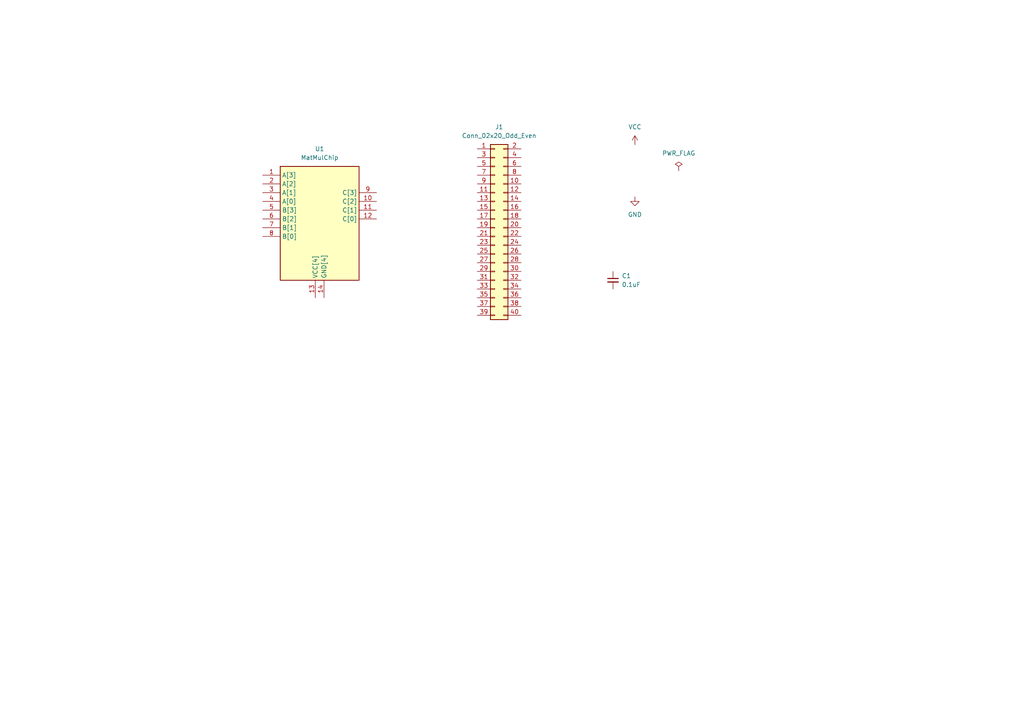
<source format=kicad_sch>
(kicad_sch (version 20250114) (generator "eeschema") (generator_version "9.0")
  (paper "A4")
  (lib_symbols
    (symbol "AutoChip:MatMulChip"
      (property "Reference" "U" (at 5.08 6.35 0))
      (property "Value" "MatMulChip" (at 5.08 3.81 0))
      (symbol "MatMulChip_1_1"
        (rectangle (start 5.08 2.54) (end 27.94 -30.48) (stroke (width 0.254)) (fill (type background)))
        (pin input line (at 0 0 0) (length 5.08) (name "A[3]") (number "1"))
        (pin input line (at 0 -2.54 0) (length 5.08) (name "A[2]") (number "2"))
        (pin input line (at 0 -5.08 0) (length 5.08) (name "A[1]") (number "3"))
        (pin input line (at 0 -7.62 0) (length 5.08) (name "A[0]") (number "4"))
        (pin input line (at 0 -10.16 0) (length 5.08) (name "B[3]") (number "5"))
        (pin input line (at 0 -12.7 0) (length 5.08) (name "B[2]") (number "6"))
        (pin input line (at 0 -15.24 0) (length 5.08) (name "B[1]") (number "7"))
        (pin input line (at 0 -17.78 0) (length 5.08) (name "B[0]") (number "8"))
        (pin power_in line (at 15.24 -35.56 90) (length 5.08) (name "VCC[4]") (number "13"))
        (pin passive line (at 15.24 -35.56 90) (length 5.08) (hide yes) (name "VCC[4]") (number "15"))
        (pin passive line (at 15.24 -35.56 90) (length 5.08) (hide yes) (name "VCC[4]") (number "17"))
        (pin passive line (at 15.24 -35.56 90) (length 5.08) (hide yes) (name "VCC[4]") (number "19"))
        (pin power_in line (at 17.78 -35.56 90) (length 5.08) (name "GND[4]") (number "14"))
        (pin passive line (at 17.78 -35.56 90) (length 5.08) (hide yes) (name "GND[4]") (number "16"))
        (pin passive line (at 17.78 -35.56 90) (length 5.08) (hide yes) (name "GND[4]") (number "18"))
        (pin passive line (at 17.78 -35.56 90) (length 5.08) (hide yes) (name "GND[4]") (number "20"))
        (pin output line (at 33.02 -5.08 180) (length 5.08) (name "C[3]") (number "9"))
        (pin output line (at 33.02 -7.62 180) (length 5.08) (name "C[2]") (number "10"))
        (pin output line (at 33.02 -10.16 180) (length 5.08) (name "C[1]") (number "11"))
        (pin output line (at 33.02 -12.7 180) (length 5.08) (name "C[0]") (number "12"))
      )
    )
    (symbol "Connector_Generic:Conn_02x20_Odd_Even" (pin_names (offset 1.016) (hide yes))
      (property "Reference" "J" (at 1.27 25.4 0))
      (property "Value" "Conn_02x20_Odd_Even" (at 1.27 -27.94 0))
      (symbol "Conn_02x20_Odd_Even_1_1"
        (rectangle (start -1.27 24.13) (end 3.81 -26.67) (stroke (width 0.254)) (fill (type background)))
        (rectangle (start -1.27 22.987) (end 0 22.733) (stroke (width 0.1524)))
        (rectangle (start -1.27 20.447) (end 0 20.193) (stroke (width 0.1524)))
        (rectangle (start -1.27 17.907) (end 0 17.653) (stroke (width 0.1524)))
        (rectangle (start -1.27 15.367) (end 0 15.113) (stroke (width 0.1524)))
        (rectangle (start -1.27 12.827) (end 0 12.573) (stroke (width 0.1524)))
        (rectangle (start -1.27 10.287) (end 0 10.033) (stroke (width 0.1524)))
        (rectangle (start -1.27 7.747) (end 0 7.493) (stroke (width 0.1524)))
        (rectangle (start -1.27 5.207) (end 0 4.953) (stroke (width 0.1524)))
        (rectangle (start -1.27 2.667) (end 0 2.413) (stroke (width 0.1524)))
        (rectangle (start -1.27 0.127) (end 0 -0.127) (stroke (width 0.1524)))
        (rectangle (start -1.27 -2.413) (end 0 -2.667) (stroke (width 0.1524)))
        (rectangle (start -1.27 -4.953) (end 0 -5.207) (stroke (width 0.1524)))
        (rectangle (start -1.27 -7.493) (end 0 -7.747) (stroke (width 0.1524)))
        (rectangle (start -1.27 -10.033) (end 0 -10.287) (stroke (width 0.1524)))
        (rectangle (start -1.27 -12.573) (end 0 -12.827) (stroke (width 0.1524)))
        (rectangle (start -1.27 -15.113) (end 0 -15.367) (stroke (width 0.1524)))
        (rectangle (start -1.27 -17.653) (end 0 -17.907) (stroke (width 0.1524)))
        (rectangle (start -1.27 -20.193) (end 0 -20.447) (stroke (width 0.1524)))
        (rectangle (start -1.27 -22.733) (end 0 -22.987) (stroke (width 0.1524)))
        (rectangle (start -1.27 -25.273) (end 0 -25.527) (stroke (width 0.1524)))
        (rectangle (start 3.81 22.987) (end 2.54 22.733) (stroke (width 0.1524)))
        (rectangle (start 3.81 20.447) (end 2.54 20.193) (stroke (width 0.1524)))
        (rectangle (start 3.81 17.907) (end 2.54 17.653) (stroke (width 0.1524)))
        (rectangle (start 3.81 15.367) (end 2.54 15.113) (stroke (width 0.1524)))
        (rectangle (start 3.81 12.827) (end 2.54 12.573) (stroke (width 0.1524)))
        (rectangle (start 3.81 10.287) (end 2.54 10.033) (stroke (width 0.1524)))
        (rectangle (start 3.81 7.747) (end 2.54 7.493) (stroke (width 0.1524)))
        (rectangle (start 3.81 5.207) (end 2.54 4.953) (stroke (width 0.1524)))
        (rectangle (start 3.81 2.667) (end 2.54 2.413) (stroke (width 0.1524)))
        (rectangle (start 3.81 0.127) (end 2.54 -0.127) (stroke (width 0.1524)))
        (rectangle (start 3.81 -2.413) (end 2.54 -2.667) (stroke (width 0.1524)))
        (rectangle (start 3.81 -4.953) (end 2.54 -5.207) (stroke (width 0.1524)))
        (rectangle (start 3.81 -7.493) (end 2.54 -7.747) (stroke (width 0.1524)))
        (rectangle (start 3.81 -10.033) (end 2.54 -10.287) (stroke (width 0.1524)))
        (rectangle (start 3.81 -12.573) (end 2.54 -12.827) (stroke (width 0.1524)))
        (rectangle (start 3.81 -15.113) (end 2.54 -15.367) (stroke (width 0.1524)))
        (rectangle (start 3.81 -17.653) (end 2.54 -17.907) (stroke (width 0.1524)))
        (rectangle (start 3.81 -20.193) (end 2.54 -20.447) (stroke (width 0.1524)))
        (rectangle (start 3.81 -22.733) (end 2.54 -22.987) (stroke (width 0.1524)))
        (rectangle (start 3.81 -25.273) (end 2.54 -25.527) (stroke (width 0.1524)))
        (pin passive line (at -5.08 22.86 0) (length 3.81) (name "Pin_1") (number "1"))
        (pin passive line (at -5.08 20.32 0) (length 3.81) (name "Pin_3") (number "3"))
        (pin passive line (at -5.08 17.78 0) (length 3.81) (name "Pin_5") (number "5"))
        (pin passive line (at -5.08 15.24 0) (length 3.81) (name "Pin_7") (number "7"))
        (pin passive line (at -5.08 12.7 0) (length 3.81) (name "Pin_9") (number "9"))
        (pin passive line (at -5.08 10.16 0) (length 3.81) (name "Pin_11") (number "11"))
        (pin passive line (at -5.08 7.62 0) (length 3.81) (name "Pin_13") (number "13"))
        (pin passive line (at -5.08 5.08 0) (length 3.81) (name "Pin_15") (number "15"))
        (pin passive line (at -5.08 2.54 0) (length 3.81) (name "Pin_17") (number "17"))
        (pin passive line (at -5.08 0 0) (length 3.81) (name "Pin_19") (number "19"))
        (pin passive line (at -5.08 -2.54 0) (length 3.81) (name "Pin_21") (number "21"))
        (pin passive line (at -5.08 -5.08 0) (length 3.81) (name "Pin_23") (number "23"))
        (pin passive line (at -5.08 -7.62 0) (length 3.81) (name "Pin_25") (number "25"))
        (pin passive line (at -5.08 -10.16 0) (length 3.81) (name "Pin_27") (number "27"))
        (pin passive line (at -5.08 -12.7 0) (length 3.81) (name "Pin_29") (number "29"))
        (pin passive line (at -5.08 -15.24 0) (length 3.81) (name "Pin_31") (number "31"))
        (pin passive line (at -5.08 -17.78 0) (length 3.81) (name "Pin_33") (number "33"))
        (pin passive line (at -5.08 -20.32 0) (length 3.81) (name "Pin_35") (number "35"))
        (pin passive line (at -5.08 -22.86 0) (length 3.81) (name "Pin_37") (number "37"))
        (pin passive line (at -5.08 -25.4 0) (length 3.81) (name "Pin_39") (number "39"))
        (pin passive line (at 7.62 22.86 180) (length 3.81) (name "Pin_2") (number "2"))
        (pin passive line (at 7.62 20.32 180) (length 3.81) (name "Pin_4") (number "4"))
        (pin passive line (at 7.62 17.78 180) (length 3.81) (name "Pin_6") (number "6"))
        (pin passive line (at 7.62 15.24 180) (length 3.81) (name "Pin_8") (number "8"))
        (pin passive line (at 7.62 12.7 180) (length 3.81) (name "Pin_10") (number "10"))
        (pin passive line (at 7.62 10.16 180) (length 3.81) (name "Pin_12") (number "12"))
        (pin passive line (at 7.62 7.62 180) (length 3.81) (name "Pin_14") (number "14"))
        (pin passive line (at 7.62 5.08 180) (length 3.81) (name "Pin_16") (number "16"))
        (pin passive line (at 7.62 2.54 180) (length 3.81) (name "Pin_18") (number "18"))
        (pin passive line (at 7.62 0 180) (length 3.81) (name "Pin_20") (number "20"))
        (pin passive line (at 7.62 -2.54 180) (length 3.81) (name "Pin_22") (number "22"))
        (pin passive line (at 7.62 -5.08 180) (length 3.81) (name "Pin_24") (number "24"))
        (pin passive line (at 7.62 -7.62 180) (length 3.81) (name "Pin_26") (number "26"))
        (pin passive line (at 7.62 -10.16 180) (length 3.81) (name "Pin_28") (number "28"))
        (pin passive line (at 7.62 -12.7 180) (length 3.81) (name "Pin_30") (number "30"))
        (pin passive line (at 7.62 -15.24 180) (length 3.81) (name "Pin_32") (number "32"))
        (pin passive line (at 7.62 -17.78 180) (length 3.81) (name "Pin_34") (number "34"))
        (pin passive line (at 7.62 -20.32 180) (length 3.81) (name "Pin_36") (number "36"))
        (pin passive line (at 7.62 -22.86 180) (length 3.81) (name "Pin_38") (number "38"))
        (pin passive line (at 7.62 -25.4 180) (length 3.81) (name "Pin_40") (number "40"))
      )
    )
    (symbol "Device:C_Small" (pin_numbers (hide yes)) (pin_names (offset 0.254) (hide yes))
      (property "Reference" "C" (at 0.254 1.778 0))
      (property "Value" "C_Small" (at 0.254 -2.032 0))
      (symbol "C_Small_0_1"
        (polyline (pts (xy -1.524 0.508) (xy 1.524 0.508)) (stroke (width 0.3048)))
        (polyline (pts (xy -1.524 -0.508) (xy 1.524 -0.508)) (stroke (width 0.3302)))
      )
      (symbol "C_Small_1_1"
        (pin passive line (at 0 2.54 270) (length 2.032) (name "~") (number "1"))
        (pin passive line (at 0 -2.54 90) (length 2.032) (name "~") (number "2"))
      )
    )
    (symbol "power:GND" (power) (pin_numbers (hide yes)) (pin_names (offset 0) (hide yes))
      (property "Value" "GND" (at 0 -3.81 0))
      (symbol "GND_0_1"
        (polyline (pts (xy 0 0) (xy 0 -1.27) (xy 1.27 -1.27) (xy 0 -2.54) (xy -1.27 -1.27) (xy 0 -1.27)))
      )
      (symbol "GND_1_1"
        (pin power_in line (at 0 0 270) (length 0) (name "~") (number "1"))
      )
    )
    (symbol "power:PWR_FLAG" (power) (pin_numbers (hide yes)) (pin_names (offset 0) (hide yes))
      (property "Value" "PWR_FLAG" (at 0 3.81 0))
      (symbol "PWR_FLAG_0_0"
        (pin power_out line (at 0 0 90) (length 0) (name "~") (number "1"))
      )
      (symbol "PWR_FLAG_0_1"
        (polyline (pts (xy 0 0) (xy 0 1.27) (xy -1.016 1.905) (xy 0 2.54) (xy 1.016 1.905) (xy 0 1.27)))
      )
    )
    (symbol "power:VCC" (power) (pin_numbers (hide yes)) (pin_names (offset 0) (hide yes))
      (property "Value" "VCC" (at 0 3.556 0))
      (symbol "VCC_0_1"
        (polyline (pts (xy -0.762 1.27) (xy 0 2.54)))
        (polyline (pts (xy 0 2.54) (xy 0.762 1.27)))
        (polyline (pts (xy 0 0) (xy 0 2.54)))
      )
      (symbol "VCC_1_1"
        (pin power_in line (at 0 0 90) (length 0) (name "~") (number "1"))
      )
    )
  )
  (symbol (lib_id "power:VCC") (at 184.15 41.91 0) (unit 1)
    (property "Reference" "#PWR01" (effects (hide yes)))
    (property "Value" "VCC" (at 184.15 36.83 0))
    (property "Description" "Power symbol creates a global label with name \"VCC\"" (effects (hide yes)))
  )
  (symbol (lib_id "power:PWR_FLAG") (at 196.85 49.53 0) (unit 1)
    (property "Reference" "#FLG01" (effects (hide yes)))
    (property "Value" "PWR_FLAG" (at 196.85 44.45 0))
    (property "Description" "Special symbol for telling ERC where power comes from" (effects (hide yes)))
  )
  (symbol (lib_id "Connector_Generic:Conn_02x20_Odd_Even") (at 143.51 66.04 0) (unit 1)
    (property "Reference" "J1" (at 144.78 36.83 0))
    (property "Value" "Conn_02x20_Odd_Even" (at 144.78 39.37 0))
    (property "Description" "Generic connector, double row, 02x20, odd/even pin numbering scheme (row 1 odd numbers, row 2 even numbers), script generated (kicad-library-utils/schlib/autogen/connector/)" (effects (hide yes)))
  )
  (symbol (lib_id "power:GND") (at 184.15 57.15 0) (unit 1)
    (property "Reference" "#PWR02" (effects (hide yes)))
    (property "Value" "GND" (at 184.15 62.23 0))
    (property "Description" "Power symbol creates a global label with name \"GND\" , ground" (effects (hide yes)))
  )
  (symbol (lib_id "AutoChip:MatMulChip") (at 76.2 50.8 0) (unit 1)
    (property "Reference" "U1" (at 92.71 43.18 0))
    (property "Value" "MatMulChip" (at 92.71 45.72 0))
    (property "Footprint" "Package_QFP:LQFP-100_14x14mm_P0.5mm" (effects (hide yes)))
  )
  (symbol (lib_id "Device:C_Small") (at 177.8 81.28 0) (unit 1)
    (property "Reference" "C1" (at 180.34 80.0162 0) (effects (justify left)))
    (property "Value" "0.1uF" (at 180.34 82.5562 0) (effects (justify left)))
    (property "Footprint" "Capacitor_SMD:C_0603_1608Metric" (effects (hide yes)))
    (property "Description" "Unpolarized capacitor, small symbol" (effects (hide yes)))
  )
)
</source>
